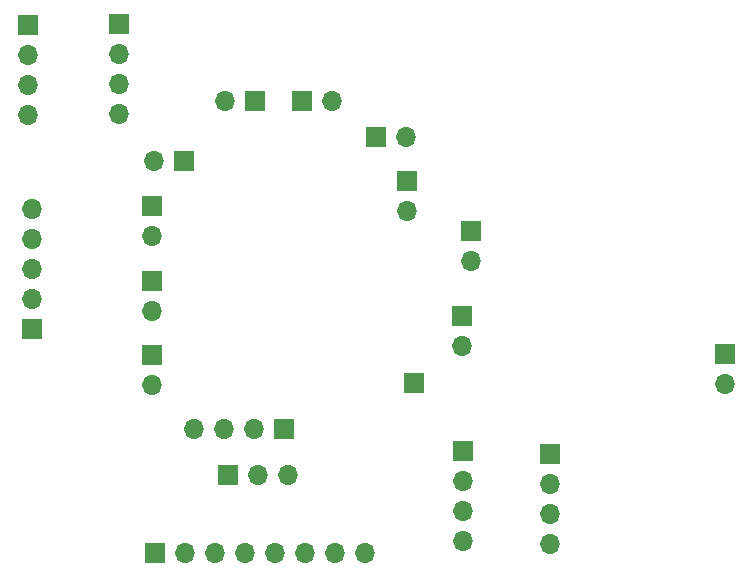
<source format=gbr>
%TF.GenerationSoftware,KiCad,Pcbnew,7.0.6*%
%TF.CreationDate,2024-02-20T00:48:49-05:00*%
%TF.ProjectId,AD7768_breakout,41443737-3638-45f6-9272-65616b6f7574,rev?*%
%TF.SameCoordinates,Original*%
%TF.FileFunction,Soldermask,Bot*%
%TF.FilePolarity,Negative*%
%FSLAX46Y46*%
G04 Gerber Fmt 4.6, Leading zero omitted, Abs format (unit mm)*
G04 Created by KiCad (PCBNEW 7.0.6) date 2024-02-20 00:48:49*
%MOMM*%
%LPD*%
G01*
G04 APERTURE LIST*
%ADD10R,1.700000X1.700000*%
%ADD11O,1.700000X1.700000*%
G04 APERTURE END LIST*
D10*
%TO.C,J10*%
X196975000Y-82325000D03*
%TD*%
%TO.C,J1*%
X177525000Y-63525000D03*
D11*
X174985000Y-63525000D03*
%TD*%
D10*
%TO.C,J7*%
X201825000Y-69450000D03*
D11*
X201825000Y-71990000D03*
%TD*%
D10*
%TO.C,J18*%
X175100000Y-96700000D03*
D11*
X177640000Y-96700000D03*
X180180000Y-96700000D03*
X182720000Y-96700000D03*
X185260000Y-96700000D03*
X187800000Y-96700000D03*
X190340000Y-96700000D03*
X192880000Y-96700000D03*
%TD*%
D10*
%TO.C,J2*%
X174850000Y-67325000D03*
D11*
X174850000Y-69865000D03*
%TD*%
D10*
%TO.C,J9*%
X223350000Y-79800000D03*
D11*
X223350000Y-82340000D03*
%TD*%
D10*
%TO.C,J6*%
X196375000Y-65225000D03*
D11*
X196375000Y-67765000D03*
%TD*%
D10*
%TO.C,J17*%
X187550000Y-58375000D03*
D11*
X190090000Y-58375000D03*
%TD*%
D10*
%TO.C,J20*%
X201160000Y-88080000D03*
D11*
X201160000Y-90620000D03*
X201160000Y-93160000D03*
X201160000Y-95700000D03*
%TD*%
D10*
%TO.C,J13*%
X181235000Y-90075000D03*
D11*
X183775000Y-90075000D03*
X186315000Y-90075000D03*
%TD*%
D10*
%TO.C,J12*%
X186040000Y-86150000D03*
D11*
X183500000Y-86150000D03*
X180960000Y-86150000D03*
X178420000Y-86150000D03*
%TD*%
D10*
%TO.C,J11*%
X164650000Y-77720000D03*
D11*
X164650000Y-75180000D03*
X164650000Y-72640000D03*
X164650000Y-70100000D03*
X164650000Y-67560000D03*
%TD*%
D10*
%TO.C,J14*%
X183550000Y-58375000D03*
D11*
X181010000Y-58375000D03*
%TD*%
D10*
%TO.C,J4*%
X174800000Y-79900000D03*
D11*
X174800000Y-82440000D03*
%TD*%
D10*
%TO.C,J8*%
X201075000Y-76600000D03*
D11*
X201075000Y-79140000D03*
%TD*%
D10*
%TO.C,J19*%
X208520000Y-88320000D03*
D11*
X208520000Y-90860000D03*
X208520000Y-93400000D03*
X208520000Y-95940000D03*
%TD*%
D10*
%TO.C,J16*%
X164325000Y-51950000D03*
D11*
X164325000Y-54490000D03*
X164325000Y-57030000D03*
X164325000Y-59570000D03*
%TD*%
D10*
%TO.C,J5*%
X193800000Y-61425000D03*
D11*
X196340000Y-61425000D03*
%TD*%
D10*
%TO.C,J3*%
X174825000Y-73625000D03*
D11*
X174825000Y-76165000D03*
%TD*%
D10*
%TO.C,J15*%
X172025000Y-51875000D03*
D11*
X172025000Y-54415000D03*
X172025000Y-56955000D03*
X172025000Y-59495000D03*
%TD*%
M02*

</source>
